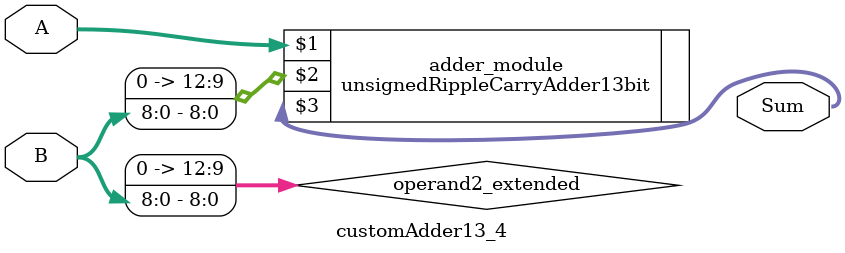
<source format=v>

module customAdder13_4(
                    input [12 : 0] A,
                    input [8 : 0] B,
                    
                    output [13 : 0] Sum
            );

    wire [12 : 0] operand2_extended;
    
    assign operand2_extended =  {4'b0, B};
    
    unsignedRippleCarryAdder13bit adder_module(
        A,
        operand2_extended,
        Sum
    );
    
endmodule
        
</source>
